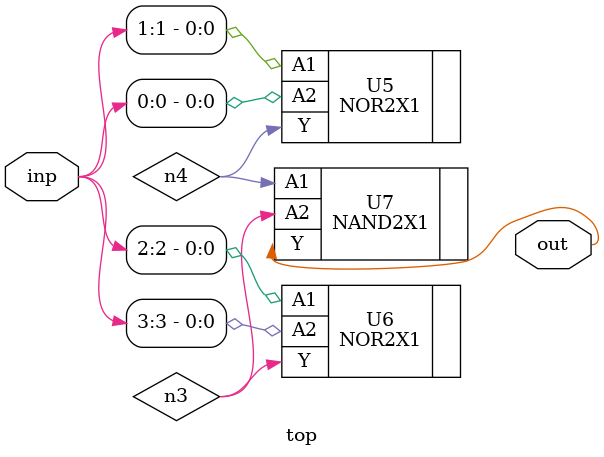
<source format=sv>


module top ( inp, out );
  input [3:0] inp;
  output out;
  wire   n3, n4;

  NOR2X1 U5 ( .A1(inp[1]), .A2(inp[0]), .Y(n4) );
  NOR2X1 U6 ( .A1(inp[2]), .A2(inp[3]), .Y(n3) );
  NAND2X1 U7 ( .A1(n4), .A2(n3), .Y(out) );
endmodule


</source>
